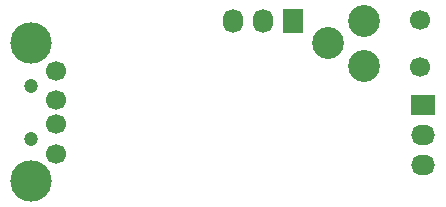
<source format=gbs>
G04 #@! TF.FileFunction,Soldermask,Bot*
%FSLAX46Y46*%
G04 Gerber Fmt 4.6, Leading zero omitted, Abs format (unit mm)*
G04 Created by KiCad (PCBNEW 4.0.2+dfsg1-stable) date Thu 10 Aug 2017 18:21:03 BST*
%MOMM*%
G01*
G04 APERTURE LIST*
%ADD10C,0.150000*%
%ADD11R,1.727200X2.032000*%
%ADD12O,1.727200X2.032000*%
%ADD13R,2.032000X1.727200*%
%ADD14O,2.032000X1.727200*%
%ADD15C,1.700000*%
%ADD16C,3.500000*%
%ADD17C,1.200000*%
%ADD18C,2.700000*%
G04 APERTURE END LIST*
D10*
D11*
X172940000Y-81600000D03*
D12*
X170400000Y-81600000D03*
X167860000Y-81600000D03*
D13*
X184000000Y-88760000D03*
D14*
X184000000Y-91300000D03*
X184000000Y-93840000D03*
D15*
X152900000Y-88350000D03*
X152900000Y-90350000D03*
X152900000Y-92850000D03*
X152900000Y-85850000D03*
D16*
X150800000Y-83500000D03*
X150800000Y-95200000D03*
D17*
X150800000Y-87100000D03*
X150800000Y-91600000D03*
D18*
X178950000Y-81600000D03*
X178950000Y-85400000D03*
X175950000Y-83500000D03*
D15*
X183700000Y-81500000D03*
X183700000Y-85500000D03*
M02*

</source>
